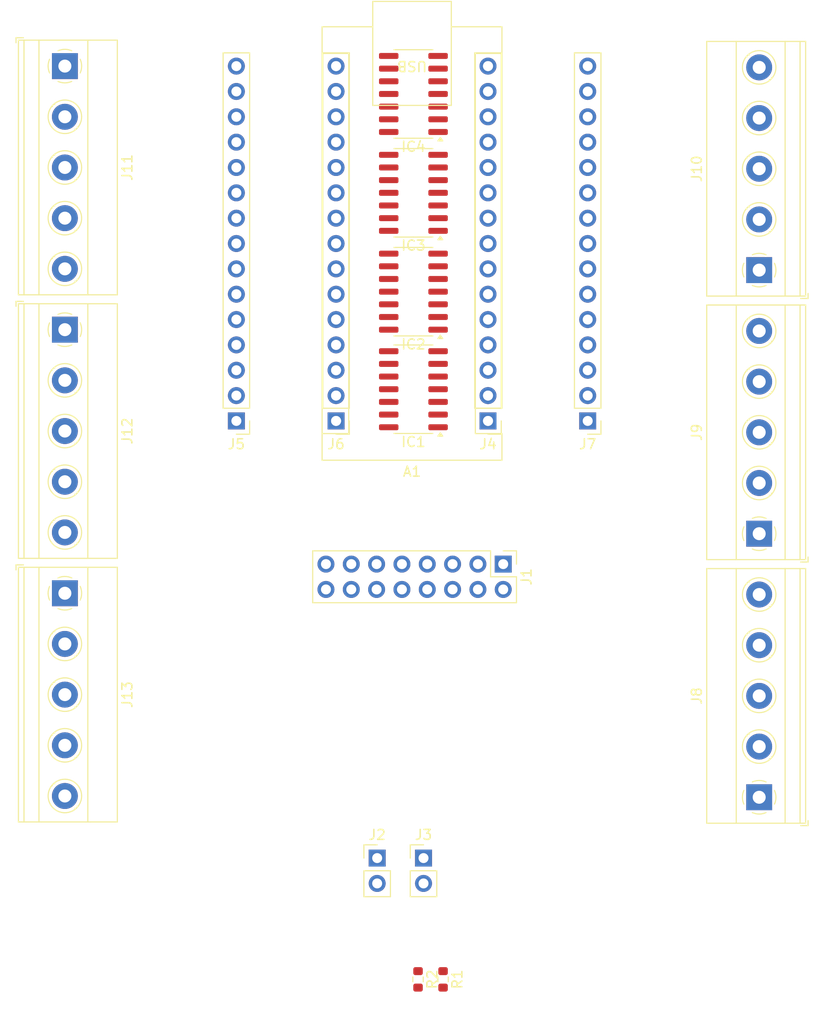
<source format=kicad_pcb>
(kicad_pcb (version 20240108) (generator "pcbnew") (generator_version "8.0")
  (layers (0 "F.Cu" signal) (31 "B.Cu" signal) (34 "B.Paste" user) (35 "F.Paste" user) (36 "B.SilkS" user "B.Silkscreen") (37 "F.SilkS" user "F.Silkscreen") (38 "B.Mask" user) (39 "F.Mask" user) (44 "Edge.Cuts" user))
  (net 0 "")
  (net 1 "GND")
  (net 2 "Net-(A1-AREF)")
  (net 3 "I2C_SDA")
  (net 4 "RST")
  (net 5 "I2C_SCL")
  (net 7 "3v3")
  (net 8 "5v")
  (net 14 "Net-(J2-Pin_2)")
  (net 15 "Net-(J3-Pin_2)")
  (net 16 "OUT6")
  (net 17 "OUT11")
  (net 18 "OUT21")
  (net 19 "OUT10")
  (net 20 "OUT18")
  (net 21 "OUT12")
  (net 22 "OUT14")
  (net 23 "OUT3")
  (net 24 "OUT1")
  (net 25 "OUT13")
  (net 26 "OUT17")
  (net 27 "OUT16")
  (net 28 "OUT7")
  (net 29 "OUT22")
  (net 30 "OUT15")
  (net 31 "OUT4")
  (net 32 "OUT5")
  (net 33 "OUT8")
  (net 34 "OUT2")
  (net 35 "OUT9")
  (net 54 "VIN")
  (footprint "Connector_PinHeader_2.54mm:PinHeader_1x02_P2.54mm_Vertical" (layer "F.Cu") (at 76.249 126.238)
    (property "Reference" "J2" (at 0 -2.33 0) (layer "F.SilkS"))
    (property "Value" "Conn_01x02_Pin")
    (pad "1" thru_hole rect (at 0 0) (size 1.7 1.7) (drill 1) (layers "*.Cu" "*.Mask") (net 8 "5v"))
    (pad "2" thru_hole oval (at 0 2.54) (size 1.7 1.7) (drill 1) (layers "*.Cu" "*.Mask") (net 14 "Net-(J2-Pin_2)"))
  )
  (footprint "Package_SO:SOIC-14_3.9x8.7mm_P1.27mm" (layer "F.Cu") (at 79.883 59.563 180)
    (property "Reference" "IC3" (at 0 -5.28 360) (layer "F.SilkS"))
    (property "Value" "74HC04D_BJ_")
    (pad "1" smd roundrect (at -2.475 -3.81 180) (size 1.95 0.6) (layers "F.Cu" "F.Paste" "F.Mask") (net 28 "OUT7"))
    (pad "2" smd roundrect (at -2.475 -2.54 180) (size 1.95 0.6) (layers "F.Cu" "F.Paste" "F.Mask"))
    (pad "3" smd roundrect (at -2.475 -1.27 180) (size 1.95 0.6) (layers "F.Cu" "F.Paste" "F.Mask") (net 33 "OUT8"))
    (pad "4" smd roundrect (at -2.475 0 180) (size 1.95 0.6) (layers "F.Cu" "F.Paste" "F.Mask"))
    (pad "5" smd roundrect (at -2.475 1.27 180) (size 1.95 0.6) (layers "F.Cu" "F.Paste" "F.Mask") (net 35 "OUT9"))
    (pad "6" smd roundrect (at -2.475 2.54 180) (size 1.95 0.6) (layers "F.Cu" "F.Paste" "F.Mask"))
    (pad "7" smd roundrect (at -2.475 3.81 180) (size 1.95 0.6) (layers "F.Cu" "F.Paste" "F.Mask") (net 1 "GND"))
    (pad "8" smd roundrect (at 2.475 3.81 180) (size 1.95 0.6) (layers "F.Cu" "F.Paste" "F.Mask"))
    (pad "9" smd roundrect (at 2.475 2.54 180) (size 1.95 0.6) (layers "F.Cu" "F.Paste" "F.Mask") (net 22 "OUT14"))
    (pad "10" smd roundrect (at 2.475 1.27 180) (size 1.95 0.6) (layers "F.Cu" "F.Paste" "F.Mask"))
    (pad "11" smd roundrect (at 2.475 0 180) (size 1.95 0.6) (layers "F.Cu" "F.Paste" "F.Mask") (net 30 "OUT15"))
    (pad "12" smd roundrect (at 2.475 -1.27 180) (size 1.95 0.6) (layers "F.Cu" "F.Paste" "F.Mask"))
    (pad "13" smd roundrect (at 2.475 -2.54 180) (size 1.95 0.6) (layers "F.Cu" "F.Paste" "F.Mask") (net 27 "OUT16"))
    (pad "14" smd roundrect (at 2.475 -3.81 180) (size 1.95 0.6) (layers "F.Cu" "F.Paste" "F.Mask") (net 8 "5v"))
  )
  (footprint "TerminalBlock_Phoenix:TerminalBlock_Phoenix_MKDS-1,5-5-5.08_1x05_P5.08mm_Horizontal" (layer "F.Cu") (at 44.925 73.279 -90)
    (property "Reference" "J12" (at 10.16 -6.26 90) (layer "F.SilkS"))
    (property "Value" "Screw_Terminal_01x05")
    (pad "1" thru_hole rect (at 0 0 270) (size 2.6 2.6) (drill 1.3) (layers "*.Cu" "*.Mask") (net 26 "OUT17"))
    (pad "2" thru_hole circle (at 5.08 0 270) (size 2.6 2.6) (drill 1.3) (layers "*.Cu" "*.Mask") (net 20 "OUT18"))
    (pad "3" thru_hole circle (at 10.16 0 270) (size 2.6 2.6) (drill 1.3) (layers "*.Cu" "*.Mask") (net 3 "I2C_SDA"))
    (pad "4" thru_hole circle (at 15.24 0 270) (size 2.6 2.6) (drill 1.3) (layers "*.Cu" "*.Mask") (net 5 "I2C_SCL"))
    (pad "5" thru_hole circle (at 20.32 0 270) (size 2.6 2.6) (drill 1.3) (layers "*.Cu" "*.Mask") (net 18 "OUT21"))
  )
  (footprint "Connector_PinHeader_2.54mm:PinHeader_2x08_P2.54mm_Vertical" (layer "F.Cu") (at 88.892933 96.774967 -90)
    (property "Reference" "J1" (at 1.27 -2.33 90) (layer "F.SilkS"))
    (property "Value" "Conn_02x08_Odd_Even")
    (pad "1" thru_hole rect (at 0 0 270) (size 1.7 1.7) (drill 1) (layers "*.Cu" "*.Mask") (net 7 "3v3"))
    (pad "2" thru_hole oval (at 2.54 0 270) (size 1.7 1.7) (drill 1) (layers "*.Cu" "*.Mask") (net 7 "3v3"))
    (pad "3" thru_hole oval (at 0 2.54 270) (size 1.7 1.7) (drill 1) (layers "*.Cu" "*.Mask") (net 8 "5v"))
    (pad "4" thru_hole oval (at 2.54 2.54 270) (size 1.7 1.7) (drill 1) (layers "*.Cu" "*.Mask") (net 8 "5v"))
    (pad "5" thru_hole oval (at 0 5.08 270) (size 1.7 1.7) (drill 1) (layers "*.Cu" "*.Mask") (net 1 "GND"))
    (pad "6" thru_hole oval (at 2.54 5.08 270) (size 1.7 1.7) (drill 1) (layers "*.Cu" "*.Mask") (net 1 "GND"))
    (pad "7" thru_hole oval (at 0 7.62 270) (size 1.7 1.7) (drill 1) (layers "*.Cu" "*.Mask") (net 3 "I2C_SDA"))
    (pad "8" thru_hole oval (at 2.54 7.62 270) (size 1.7 1.7) (drill 1) (layers "*.Cu" "*.Mask") (net 5 "I2C_SCL"))
    (pad "9" thru_hole oval (at 0 10.16 270) (size 1.7 1.7) (drill 1) (layers "*.Cu" "*.Mask") (net 21 "OUT12"))
    (pad "10" thru_hole oval (at 2.54 10.16 270) (size 1.7 1.7) (drill 1) (layers "*.Cu" "*.Mask") (net 25 "OUT13"))
    (pad "11" thru_hole oval (at 0 12.7 270) (size 1.7 1.7) (drill 1) (layers "*.Cu" "*.Mask") (net 22 "OUT14"))
    (pad "12" thru_hole oval (at 2.54 12.7 270) (size 1.7 1.7) (drill 1) (layers "*.Cu" "*.Mask"))
    (pad "13" thru_hole oval (at 0 15.24 270) (size 1.7 1.7) (drill 1) (layers "*.Cu" "*.Mask"))
    (pad "14" thru_hole oval (at 2.54 15.24 270) (size 1.7 1.7) (drill 1) (layers "*.Cu" "*.Mask"))
    (pad "15" thru_hole oval (at 0 17.78 270) (size 1.7 1.7) (drill 1) (layers "*.Cu" "*.Mask"))
    (pad "16" thru_hole oval (at 2.54 17.78 270) (size 1.7 1.7) (drill 1) (layers "*.Cu" "*.Mask"))
  )
  (footprint "Connector_PinHeader_2.54mm:PinHeader_1x15_P2.54mm_Vertical" (layer "F.Cu") (at 97.366 82.425 180)
    (property "Reference" "J7" (at 0 -2.33 360) (layer "F.SilkS"))
    (property "Value" "Conn_01x15")
    (pad "1" thru_hole rect (at 0 0 180) (size 1.7 1.7) (drill 1) (layers "*.Cu" "*.Mask") (net 24 "OUT1"))
    (pad "2" thru_hole oval (at 0 2.54 180) (size 1.7 1.7) (drill 1) (layers "*.Cu" "*.Mask") (net 34 "OUT2"))
    (pad "3" thru_hole oval (at 0 5.08 180) (size 1.7 1.7) (drill 1) (layers "*.Cu" "*.Mask") (net 4 "RST"))
    (pad "4" thru_hole oval (at 0 7.62 180) (size 1.7 1.7) (drill 1) (layers "*.Cu" "*.Mask") (net 1 "GND"))
    (pad "5" thru_hole oval (at 0 10.16 180) (size 1.7 1.7) (drill 1) (layers "*.Cu" "*.Mask") (net 23 "OUT3"))
    (pad "6" thru_hole oval (at 0 12.7 180) (size 1.7 1.7) (drill 1) (layers "*.Cu" "*.Mask") (net 31 "OUT4"))
    (pad "7" thru_hole oval (at 0 15.24 180) (size 1.7 1.7) (drill 1) (layers "*.Cu" "*.Mask") (net 32 "OUT5"))
    (pad "8" thru_hole oval (at 0 17.78 180) (size 1.7 1.7) (drill 1) (layers "*.Cu" "*.Mask") (net 16 "OUT6"))
    (pad "9" thru_hole oval (at 0 20.32 180) (size 1.7 1.7) (drill 1) (layers "*.Cu" "*.Mask") (net 28 "OUT7"))
    (pad "10" thru_hole oval (at 0 22.86 180) (size 1.7 1.7) (drill 1) (layers "*.Cu" "*.Mask") (net 33 "OUT8"))
    (pad "11" thru_hole oval (at 0 25.4 180) (size 1.7 1.7) (drill 1) (layers "*.Cu" "*.Mask") (net 35 "OUT9"))
    (pad "12" thru_hole oval (at 0 27.94 180) (size 1.7 1.7) (drill 1) (layers "*.Cu" "*.Mask") (net 19 "OUT10"))
    (pad "13" thru_hole oval (at 0 30.48 180) (size 1.7 1.7) (drill 1) (layers "*.Cu" "*.Mask") (net 17 "OUT11"))
    (pad "14" thru_hole oval (at 0 33.02 180) (size 1.7 1.7) (drill 1) (layers "*.Cu" "*.Mask") (net 21 "OUT12"))
    (pad "15" thru_hole oval (at 0 35.56 180) (size 1.7 1.7) (drill 1) (layers "*.Cu" "*.Mask") (net 25 "OUT13"))
  )
  (footprint "Connector_PinHeader_2.54mm:PinHeader_1x02_P2.54mm_Vertical" (layer "F.Cu") (at 80.899 126.238)
    (property "Reference" "J3" (at 0 -2.33 0) (layer "F.SilkS"))
    (property "Value" "Conn_01x02_Pin")
    (pad "1" thru_hole rect (at 0 0) (size 1.7 1.7) (drill 1) (layers "*.Cu" "*.Mask") (net 8 "5v"))
    (pad "2" thru_hole oval (at 0 2.54) (size 1.7 1.7) (drill 1) (layers "*.Cu" "*.Mask") (net 15 "Net-(J3-Pin_2)"))
  )
  (footprint "TerminalBlock_Phoenix:TerminalBlock_Phoenix_MKDS-1,5-5-5.08_1x05_P5.08mm_Horizontal" (layer "F.Cu") (at 44.925 99.695 -90)
    (property "Reference" "J13" (at 10.16 -6.26 90) (layer "F.SilkS"))
    (property "Value" "Screw_Terminal_01x05")
    (pad "1" thru_hole rect (at 0 0 270) (size 2.6 2.6) (drill 1.3) (layers "*.Cu" "*.Mask") (net 29 "OUT22"))
    (pad "2" thru_hole circle (at 5.08 0 270) (size 2.6 2.6) (drill 1.3) (layers "*.Cu" "*.Mask") (net 8 "5v"))
    (pad "3" thru_hole circle (at 10.16 0 270) (size 2.6 2.6) (drill 1.3) (layers "*.Cu" "*.Mask") (net 4 "RST"))
    (pad "4" thru_hole circle (at 15.24 0 270) (size 2.6 2.6) (drill 1.3) (layers "*.Cu" "*.Mask") (net 1 "GND"))
    (pad "5" thru_hole circle (at 20.32 0 270) (size 2.6 2.6) (drill 1.3) (layers "*.Cu" "*.Mask") (net 54 "VIN"))
  )
  (footprint "Connector_PinHeader_2.54mm:PinHeader_1x15_P2.54mm_Vertical" (layer "F.Cu") (at 72.126 82.425 180)
    (property "Reference" "J6" (at 0 -2.33 360) (layer "F.SilkS"))
    (property "Value" "Conn_01x15")
    (pad "1" thru_hole rect (at 0 0 180) (size 1.7 1.7) (drill 1) (layers "*.Cu" "*.Mask") (net 54 "VIN"))
    (pad "2" thru_hole oval (at 0 2.54 180) (size 1.7 1.7) (drill 1) (layers "*.Cu" "*.Mask") (net 1 "GND"))
    (pad "3" thru_hole oval (at 0 5.08 180) (size 1.7 1.7) (drill 1) (layers "*.Cu" "*.Mask") (net 4 "RST"))
    (pad "4" thru_hole oval (at 0 7.62 180) (size 1.7 1.7) (drill 1) (layers "*.Cu" "*.Mask") (net 8 "5v"))
    (pad "5" thru_hole oval (at 0 10.16 180) (size 1.7 1.7) (drill 1) (layers "*.Cu" "*.Mask") (net 29 "OUT22"))
    (pad "6" thru_hole oval (at 0 12.7 180) (size 1.7 1.7) (drill 1) (layers "*.Cu" "*.Mask") (net 18 "OUT21"))
    (pad "7" thru_hole oval (at 0 15.24 180) (size 1.7 1.7) (drill 1) (layers "*.Cu" "*.Mask") (net 5 "I2C_SCL"))
    (pad "8" thru_hole oval (at 0 17.78 180) (size 1.7 1.7) (drill 1) (layers "*.Cu" "*.Mask") (net 3 "I2C_SDA"))
    (pad "9" thru_hole oval (at 0 20.32 180) (size 1.7 1.7) (drill 1) (layers "*.Cu" "*.Mask") (net 20 "OUT18"))
    (pad "10" thru_hole oval (at 0 22.86 180) (size 1.7 1.7) (drill 1) (layers "*.Cu" "*.Mask") (net 26 "OUT17"))
    (pad "11" thru_hole oval (at 0 25.4 180) (size 1.7 1.7) (drill 1) (layers "*.Cu" "*.Mask") (net 27 "OUT16"))
    (pad "12" thru_hole oval (at 0 27.94 180) (size 1.7 1.7) (drill 1) (layers "*.Cu" "*.Mask") (net 30 "OUT15"))
    (pad "13" thru_hole oval (at 0 30.48 180) (size 1.7 1.7) (drill 1) (layers "*.Cu" "*.Mask") (net 2 "Net-(A1-AREF)"))
    (pad "14" thru_hole oval (at 0 33.02 180) (size 1.7 1.7) (drill 1) (layers "*.Cu" "*.Mask") (net 7 "3v3"))
    (pad "15" thru_hole oval (at 0 35.56 180) (size 1.7 1.7) (drill 1) (layers "*.Cu" "*.Mask") (net 22 "OUT14"))
  )
  (footprint "Resistor_SMD:R_0603_1608Metric" (layer "F.Cu") (at 82.858 138.393 -90)
    (property "Reference" "R1" (at 0 -1.43 90) (layer "F.SilkS"))
    (property "Value" "R_Small_US")
    (pad "1" smd roundrect (at -0.825 0 270) (size 0.8 0.95) (layers "F.Cu" "F.Paste" "F.Mask") (net 14 "Net-(J2-Pin_2)"))
    (pad "2" smd roundrect (at 0.825 0 270) (size 0.8 0.95) (layers "F.Cu" "F.Paste" "F.Mask") (net 3 "I2C_SDA"))
  )
  (footprint "TerminalBlock_Phoenix:TerminalBlock_Phoenix_MKDS-1,5-5-5.08_1x05_P5.08mm_Horizontal" (layer "F.Cu") (at 44.925 46.863 -90)
    (property "Reference" "J11" (at 10.16 -6.26 90) (layer "F.SilkS"))
    (property "Value" "Screw_Terminal_01x05")
    (pad "1" thru_hole rect (at 0 0 270) (size 2.6 2.6) (drill 1.3) (layers "*.Cu" "*.Mask") (net 22 "OUT14"))
    (pad "2" thru_hole circle (at 5.08 0 270) (size 2.6 2.6) (drill 1.3) (layers "*.Cu" "*.Mask") (net 7 "3v3"))
    (pad "3" thru_hole circle (at 10.16 0 270) (size 2.6 2.6) (drill 1.3) (layers "*.Cu" "*.Mask") (net 2 "Net-(A1-AREF)"))
    (pad "4" thru_hole circle (at 15.24 0 270) (size 2.6 2.6) (drill 1.3) (layers "*.Cu" "*.Mask") (net 30 "OUT15"))
    (pad "5" thru_hole circle (at 20.32 0 270) (size 2.6 2.6) (drill 1.3) (layers "*.Cu" "*.Mask") (net 27 "OUT16"))
  )
  (footprint "Resistor_SMD:R_0603_1608Metric" (layer "F.Cu") (at 80.348 138.393 -90)
    (property "Reference" "R2" (at 0 -1.43 90) (layer "F.SilkS"))
    (property "Value" "R_Small_US")
    (pad "1" smd roundrect (at -0.825 0 270) (size 0.8 0.95) (layers "F.Cu" "F.Paste" "F.Mask") (net 15 "Net-(J3-Pin_2)"))
    (pad "2" smd roundrect (at 0.825 0 270) (size 0.8 0.95) (layers "F.Cu" "F.Paste" "F.Mask") (net 5 "I2C_SCL"))
  )
  (footprint "Connector_PinHeader_2.54mm:PinHeader_1x15_P2.54mm_Vertical" (layer "F.Cu") (at 62.126 82.425 180)
    (property "Reference" "J5" (at 0 -2.33 360) (layer "F.SilkS"))
    (property "Value" "Conn_01x15")
    (pad "1" thru_hole rect (at 0 0 180) (size 1.7 1.7) (drill 1) (layers "*.Cu" "*.Mask") (net 54 "VIN"))
    (pad "2" thru_hole oval (at 0 2.54 180) (size 1.7 1.7) (drill 1) (layers "*.Cu" "*.Mask") (net 1 "GND"))
    (pad "3" thru_hole oval (at 0 5.08 180) (size 1.7 1.7) (drill 1) (layers "*.Cu" "*.Mask") (net 4 "RST"))
    (pad "4" thru_hole oval (at 0 7.62 180) (size 1.7 1.7) (drill 1) (layers "*.Cu" "*.Mask") (net 8 "5v"))
    (pad "5" thru_hole oval (at 0 10.16 180) (size 1.7 1.7) (drill 1) (layers "*.Cu" "*.Mask") (net 29 "OUT22"))
    (pad "6" thru_hole oval (at 0 12.7 180) (size 1.7 1.7) (drill 1) (layers "*.Cu" "*.Mask") (net 18 "OUT21"))
    (pad "7" thru_hole oval (at 0 15.24 180) (size 1.7 1.7) (drill 1) (layers "*.Cu" "*.Mask") (net 5 "I2C_SCL"))
    (pad "8" thru_hole oval (at 0 17.78 180) (size 1.7 1.7) (drill 1) (layers "*.Cu" "*.Mask") (net 3 "I2C_SDA"))
    (pad "9" thru_hole oval (at 0 20.32 180) (size 1.7 1.7) (drill 1) (layers "*.Cu" "*.Mask") (net 20 "OUT18"))
    (pad "10" thru_hole oval (at 0 22.86 180) (size 1.7 1.7) (drill 1) (layers "*.Cu" "*.Mask") (net 26 "OUT17"))
    (pad "11" thru_hole oval (at 0 25.4 180) (size 1.7 1.7) (drill 1) (layers "*.Cu" "*.Mask") (net 27 "OUT16"))
    (pad "12" thru_hole oval (at 0 27.94 180) (size 1.7 1.7) (drill 1) (layers "*.Cu" "*.Mask") (net 30 "OUT15"))
    (pad "13" thru_hole oval (at 0 30.48 180) (size 1.7 1.7) (drill 1) (layers "*.Cu" "*.Mask") (net 2 "Net-(A1-AREF)"))
    (pad "14" thru_hole oval (at 0 33.02 180) (size 1.7 1.7) (drill 1) (layers "*.Cu" "*.Mask") (net 7 "3v3"))
    (pad "15" thru_hole oval (at 0 35.56 180) (size 1.7 1.7) (drill 1) (layers "*.Cu" "*.Mask") (net 22 "OUT14"))
  )
  (footprint "Package_SO:SOIC-14_3.9x8.7mm_P1.27mm" (layer "F.Cu") (at 79.883 69.469 180)
    (property "Reference" "IC2" (at 0 -5.28 360) (layer "F.SilkS"))
    (property "Value" "74HC04D_BJ_")
    (pad "1" smd roundrect (at -2.475 -3.81 180) (size 1.95 0.6) (layers "F.Cu" "F.Paste" "F.Mask") (net 31 "OUT4"))
    (pad "2" smd roundrect (at -2.475 -2.54 180) (size 1.95 0.6) (layers "F.Cu" "F.Paste" "F.Mask"))
    (pad "3" smd roundrect (at -2.475 -1.27 180) (size 1.95 0.6) (layers "F.Cu" "F.Paste" "F.Mask") (net 32 "OUT5"))
    (pad "4" smd roundrect (at -2.475 0 180) (size 1.95 0.6) (layers "F.Cu" "F.Paste" "F.Mask"))
    (pad "5" smd roundrect (at -2.475 1.27 180) (size 1.95 0.6) (layers "F.Cu" "F.Paste" "F.Mask") (net 16 "OUT6"))
    (pad "6" smd roundrect (at -2.475 2.54 180) (size 1.95 0.6) (layers "F.Cu" "F.Paste" "F.Mask"))
    (pad "7" smd roundrect (at -2.475 3.81 180) (size 1.95 0.6) (layers "F.Cu" "F.Paste" "F.Mask") (net 1 "GND"))
    (pad "8" smd roundrect (at 2.475 3.81 180) (size 1.95 0.6) (layers "F.Cu" "F.Paste" "F.Mask"))
    (pad "9" smd roundrect (at 2.475 2.54 180) (size 1.95 0.6) (layers "F.Cu" "F.Paste" "F.Mask") (net 26 "OUT17"))
    (pad "10" smd roundrect (at 2.475 1.27 180) (size 1.95 0.6) (layers "F.Cu" "F.Paste" "F.Mask"))
    (pad "11" smd roundrect (at 2.475 0 180) (size 1.95 0.6) (layers "F.Cu" "F.Paste" "F.Mask") (net 20 "OUT18"))
    (pad "12" smd roundrect (at 2.475 -1.27 180) (size 1.95 0.6) (layers "F.Cu" "F.Paste" "F.Mask"))
    (pad "13" smd roundrect (at 2.475 -2.54 180) (size 1.95 0.6) (layers "F.Cu" "F.Paste" "F.Mask") (net 3 "I2C_SDA"))
    (pad "14" smd roundrect (at 2.475 -3.81 180) (size 1.95 0.6) (layers "F.Cu" "F.Paste" "F.Mask") (net 8 "5v"))
  )
  (footprint "Module:Arduino_Nano" (layer "F.Cu") (at 87.366 82.423 180)
    (property "Reference" "A1" (at 7.62 -5.08 360) (layer "F.SilkS"))
    (property "Value" "Arduino_Nano_v3.x")
    (fp_text user "USB" (at 7.62 35.56 180) (layer "F.SilkS"))
    (pad "1" thru_hole rect (at 0 0 180) (size 1.6 1.6) (drill 1) (layers "*.Cu" "*.Mask") (net 24 "OUT1"))
    (pad "2" thru_hole oval (at 0 2.54 180) (size 1.6 1.6) (drill 1) (layers "*.Cu" "*.Mask") (net 34 "OUT2"))
    (pad "3" thru_hole oval (at 0 5.08 180) (size 1.6 1.6) (drill 1) (layers "*.Cu" "*.Mask") (net 4 "RST"))
    (pad "4" thru_hole oval (at 0 7.62 180) (size 1.6 1.6) (drill 1) (layers "*.Cu" "*.Mask") (net 1 "GND"))
    (pad "5" thru_hole oval (at 0 10.16 180) (size 1.6 1.6) (drill 1) (layers "*.Cu" "*.Mask") (net 23 "OUT3"))
    (pad "6" thru_hole oval (at 0 12.7 180) (size 1.6 1.6) (drill 1) (layers "*.Cu" "*.Mask") (net 31 "OUT4"))
    (pad "7" thru_hole oval (at 0 15.24 180) (size 1.6 1.6) (drill 1) (layers "*.Cu" "*.Mask") (net 32 "OUT5"))
    (pad "8" thru_hole oval (at 0 17.78 180) (size 1.6 1.6) (drill 1) (layers "*.Cu" "*.Mask") (net 16 "OUT6"))
    (pad "9" thru_hole oval (at 0 20.32 180) (size 1.6 1.6) (drill 1) (layers "*.Cu" "*.Mask") (net 28 "OUT7"))
    (pad "10" thru_hole oval (at 0 22.86 180) (size 1.6 1.6) (drill 1) (layers "*.Cu" "*.Mask") (net 33 "OUT8"))
    (pad "11" thru_hole oval (at 0 25.4 180) (size 1.6 1.6) (drill 1) (layers "*.Cu" "*.Mask") (net 35 "OUT9"))
    (pad "12" thru_hole oval (at 0 27.94 180) (size 1.6 1.6) (drill 1) (layers "*.Cu" "*.Mask") (net 19 "OUT10"))
    (pad "13" thru_hole oval (at 0 30.48 180) (size 1.6 1.6) (drill 1) (layers "*.Cu" "*.Mask") (net 17 "OUT11"))
    (pad "14" thru_hole oval (at 0 33.02 180) (size 1.6 1.6) (drill 1) (layers "*.Cu" "*.Mask") (net 21 "OUT12"))
    (pad "15" thru_hole oval (at 0 35.56 180) (size 1.6 1.6) (drill 1) (layers "*.Cu" "*.Mask") (net 25 "OUT13"))
    (pad "16" thru_hole oval (at 15.24 35.56 180) (size 1.6 1.6) (drill 1) (layers "*.Cu" "*.Mask") (net 22 "OUT14"))
    (pad "17" thru_hole oval (at 15.24 33.02 180) (size 1.6 1.6) (drill 1) (layers "*.Cu" "*.Mask") (net 7 "3v3"))
    (pad "18" thru_hole oval (at 15.24 30.48 180) (size 1.6 1.6) (drill 1) (layers "*.Cu" "*.Mask") (net 2 "Net-(A1-AREF)"))
    (pad "19" thru_hole oval (at 15.24 27.94 180) (size 1.6 1.6) (drill 1) (layers "*.Cu" "*.Mask") (net 30 "OUT15"))
    (pad "20" thru_hole oval (at 15.24 25.4 180) (size 1.6 1.6) (drill 1) (layers "*.Cu" "*.Mask") (net 27 "OUT16"))
    (pad "21" thru_hole oval (at 15.24 22.86 180) (size 1.6 1.6) (drill 1) (layers "*.Cu" "*.Mask") (net 26 "OUT17"))
    (pad "22" thru_hole oval (at 15.24 20.32 180) (size 1.6 1.6) (drill 1) (layers "*.Cu" "*.Mask") (net 20 "OUT18"))
    (pad "23" thru_hole oval (at 15.24 17.78 180) (size 1.6 1.6) (drill 1) (layers "*.Cu" "*.Mask") (net 3 "I2C_SDA"))
    (pad "24" thru_hole oval (at 15.24 15.24 180) (size 1.6 1.6) (drill 1) (layers "*.Cu" "*.Mask") (net 5 "I2C_SCL"))
    (pad "25" thru_hole oval (at 15.24 12.7 180) (size 1.6 1.6) (drill 1) (layers "*.Cu" "*.Mask") (net 18 "OUT21"))
    (pad "26" thru_hole oval (at 15.24 10.16 180) (size 1.6 1.6) (drill 1) (layers "*.Cu" "*.Mask") (net 29 "OUT22"))
    (pad "27" thru_hole oval (at 15.24 7.62 180) (size 1.6 1.6) (drill 1) (layers "*.Cu" "*.Mask") (net 8 "5v"))
    (pad "28" thru_hole oval (at 15.24 5.08 180) (size 1.6 1.6) (drill 1) (layers "*.Cu" "*.Mask") (net 4 "RST"))
    (pad "29" thru_hole oval (at 15.24 2.54 180) (size 1.6 1.6) (drill 1) (layers "*.Cu" "*.Mask") (net 1 "GND"))
    (pad "30" thru_hole oval (at 15.24 0 180) (size 1.6 1.6) (drill 1) (layers "*.Cu" "*.Mask"))
  )
  (footprint "TerminalBlock_Phoenix:TerminalBlock_Phoenix_MKDS-1,5-5-5.08_1x05_P5.08mm_Horizontal" (layer "F.Cu") (at 114.567 93.726 90)
    (property "Reference" "J9" (at 10.16 -6.26 90) (layer "F.SilkS"))
    (property "Value" "Screw_Terminal_01x05")
    (pad "1" thru_hole rect (at 0 0 90) (size 2.6 2.6) (drill 1.3) (layers "*.Cu" "*.Mask") (net 31 "OUT4"))
    (pad "2" thru_hole circle (at 5.08 0 90) (size 2.6 2.6) (drill 1.3) (layers "*.Cu" "*.Mask") (net 32 "OUT5"))
    (pad "3" thru_hole circle (at 10.16 0 90) (size 2.6 2.6) (drill 1.3) (layers "*.Cu" "*.Mask") (net 16 "OUT6"))
    (pad "4" thru_hole circle (at 15.24 0 90) (size 2.6 2.6) (drill 1.3) (layers "*.Cu" "*.Mask") (net 28 "OUT7"))
    (pad "5" thru_hole circle (at 20.32 0 90) (size 2.6 2.6) (drill 1.3) (layers "*.Cu" "*.Mask") (net 33 "OUT8"))
  )
  (footprint "Package_SO:SOIC-14_3.9x8.7mm_P1.27mm" (layer "F.Cu") (at 79.883 79.248 180)
    (property "Reference" "IC1" (at 0 -5.28 360) (layer "F.SilkS"))
    (property "Value" "74HC04D_BJ_")
    (pad "1" smd roundrect (at -2.475 -3.81 180) (size 1.95 0.6) (layers "F.Cu" "F.Paste" "F.Mask") (net 24 "OUT1"))
    (pad "2" smd roundrect (at -2.475 -2.54 180) (size 1.95 0.6) (layers "F.Cu" "F.Paste" "F.Mask"))
    (pad "3" smd roundrect (at -2.475 -1.27 180) (size 1.95 0.6) (layers "F.Cu" "F.Paste" "F.Mask") (net 34 "OUT2"))
    (pad "4" smd roundrect (at -2.475 0 180) (size 1.95 0.6) (layers "F.Cu" "F.Paste" "F.Mask"))
    (pad "5" smd roundrect (at -2.475 1.27 180) (size 1.95 0.6) (layers "F.Cu" "F.Paste" "F.Mask") (net 23 "OUT3"))
    (pad "6" smd roundrect (at -2.475 2.54 180) (size 1.95 0.6) (layers "F.Cu" "F.Paste" "F.Mask"))
    (pad "7" smd roundrect (at -2.475 3.81 180) (size 1.95 0.6) (layers "F.Cu" "F.Paste" "F.Mask") (net 1 "GND"))
    (pad "8" smd roundrect (at 2.475 3.81 180) (size 1.95 0.6) (layers "F.Cu" "F.Paste" "F.Mask"))
    (pad "9" smd roundrect (at 2.475 2.54 180) (size 1.95 0.6) (layers "F.Cu" "F.Paste" "F.Mask") (net 5 "I2C_SCL"))
    (pad "10" smd roundrect (at 2.475 1.27 180) (size 1.95 0.6) (layers "F.Cu" "F.Paste" "F.Mask"))
    (pad "11" smd roundrect (at 2.475 0 180) (size 1.95 0.6) (layers "F.Cu" "F.Paste" "F.Mask") (net 18 "OUT21"))
    (pad "12" smd roundrect (at 2.475 -1.27 180) (size 1.95 0.6) (layers "F.Cu" "F.Paste" "F.Mask"))
    (pad "13" smd roundrect (at 2.475 -2.54 180) (size 1.95 0.6) (layers "F.Cu" "F.Paste" "F.Mask") (net 29 "OUT22"))
    (pad "14" smd roundrect (at 2.475 -3.81 180) (size 1.95 0.6) (layers "F.Cu" "F.Paste" "F.Mask") (net 8 "5v"))
  )
  (footprint "TerminalBlock_Phoenix:TerminalBlock_Phoenix_MKDS-1,5-5-5.08_1x05_P5.08mm_Horizontal" (layer "F.Cu") (at 114.567 120.142 90)
    (property "Reference" "J8" (at 10.16 -6.26 90) (layer "F.SilkS"))
    (property "Value" "Screw_Terminal_01x05")
    (pad "1" thru_hole rect (at 0 0 90) (size 2.6 2.6) (drill 1.3) (layers "*.Cu" "*.Mask") (net 24 "OUT1"))
    (pad "2" thru_hole circle (at 5.08 0 90) (size 2.6 2.6) (drill 1.3) (layers "*.Cu" "*.Mask") (net 34 "OUT2"))
    (pad "3" thru_hole circle (at 10.16 0 90) (size 2.6 2.6) (drill 1.3) (layers "*.Cu" "*.Mask") (net 4 "RST"))
    (pad "4" thru_hole circle (at 15.24 0 90) (size 2.6 2.6) (drill 1.3) (layers "*.Cu" "*.Mask") (net 1 "GND"))
    (pad "5" thru_hole circle (at 20.32 0 90) (size 2.6 2.6) (drill 1.3) (layers "*.Cu" "*.Mask") (net 23 "OUT3"))
  )
  (footprint "Connector_PinHeader_2.54mm:PinHeader_1x15_P2.54mm_Vertical" (layer "F.Cu") (at 87.366 82.425 180)
    (property "Reference" "J4" (at 0 -2.33 360) (layer "F.SilkS"))
    (property "Value" "Conn_01x15")
    (pad "1" thru_hole rect (at 0 0 180) (size 1.7 1.7) (drill 1) (layers "*.Cu" "*.Mask") (net 24 "OUT1"))
    (pad "2" thru_hole oval (at 0 2.54 180) (size 1.7 1.7) (drill 1) (layers "*.Cu" "*.Mask") (net 34 "OUT2"))
    (pad "3" thru_hole oval (at 0 5.08 180) (size 1.7 1.7) (drill 1) (layers "*.Cu" "*.Mask") (net 4 "RST"))
    (pad "4" thru_hole oval (at 0 7.62 180) (size 1.7 1.7) (drill 1) (layers "*.Cu" "*.Mask") (net 1 "GND"))
    (pad "5" thru_hole oval (at 0 10.16 180) (size 1.7 1.7) (drill 1) (layers "*.Cu" "*.Mask") (net 23 "OUT3"))
    (pad "6" thru_hole oval (at 0 12.7 180) (size 1.7 1.7) (drill 1) (layers "*.Cu" "*.Mask") (net 31 "OUT4"))
    (pad "7" thru_hole oval (at 0 15.24 180) (size 1.7 1.7) (drill 1) (layers "*.Cu" "*.Mask") (net 32 "OUT5"))
    (pad "8" thru_hole oval (at 0 17.78 180) (size 1.7 1.7) (drill 1) (layers "*.Cu" "*.Mask") (net 16 "OUT6"))
    (pad "9" thru_hole oval (at 0 20.32 180) (size 1.7 1.7) (drill 1) (layers "*.Cu" "*.Mask") (net 28 "OUT7"))
    (pad "10" thru_hole oval (at 0 22.86 180) (size 1.7 1.7) (drill 1) (layers "*.Cu" "*.Mask") (net 33 "OUT8"))
    (pad "11" thru_hole oval (at 0 25.4 180) (size 1.7 1.7) (drill 1) (layers "*.Cu" "*.Mask") (net 35 "OUT9"))
    (pad "12" thru_hole oval (at 0 27.94 180) (size 1.7 1.7) (drill 1) (layers "*.Cu" "*.Mask") (net 19 "OUT10"))
    (pad "13" thru_hole oval (at 0 30.48 180) (size 1.7 1.7) (drill 1) (layers "*.Cu" "*.Mask") (net 17 "OUT11"))
    (pad "14" thru_hole oval (at 0 33.02 180) (size 1.7 1.7) (drill 1) (layers "*.Cu" "*.Mask") (net 21 "OUT12"))
    (pad "15" thru_hole oval (at 0 35.56 180) (size 1.7 1.7) (drill 1) (layers "*.Cu" "*.Mask") (net 25 "OUT13"))
  )
  (footprint "TerminalBlock_Phoenix:TerminalBlock_Phoenix_MKDS-1,5-5-5.08_1x05_P5.08mm_Horizontal" (layer "F.Cu") (at 114.567 67.31 90)
    (property "Reference" "J10" (at 10.16 -6.26 90) (layer "F.SilkS"))
    (property "Value" "Screw_Terminal_01x05")
    (pad "1" thru_hole rect (at 0 0 90) (size 2.6 2.6) (drill 1.3) (layers "*.Cu" "*.Mask") (net 35 "OUT9"))
    (pad "2" thru_hole circle (at 5.08 0 90) (size 2.6 2.6) (drill 1.3) (layers "*.Cu" "*.Mask") (net 19 "OUT10"))
    (pad "3" thru_hole circle (at 10.16 0 90) (size 2.6 2.6) (drill 1.3) (layers "*.Cu" "*.Mask") (net 17 "OUT11"))
    (pad "4" thru_hole circle (at 15.24 0 90) (size 2.6 2.6) (drill 1.3) (layers "*.Cu" "*.Mask") (net 21 "OUT12"))
    (pad "5" thru_hole circle (at 20.32 0 90) (size 2.6 2.6) (drill 1.3) (layers "*.Cu" "*.Mask") (net 25 "OUT13"))
  )
  (footprint "Package_SO:SOIC-14_3.9x8.7mm_P1.27mm" (layer "F.Cu") (at 79.883 49.657 180)
    (property "Reference" "IC4" (at 0 -5.28 360) (layer "F.SilkS"))
    (property "Value" "74HC04D_BJ_")
    (pad "1" smd roundrect (at -2.475 -3.81 180) (size 1.95 0.6) (layers "F.Cu" "F.Paste" "F.Mask"))
    (pad "2" smd roundrect (at -2.475 -2.54 180) (size 1.95 0.6) (layers "F.Cu" "F.Paste" "F.Mask"))
    (pad "3" smd roundrect (at -2.475 -1.27 180) (size 1.95 0.6) (layers "F.Cu" "F.Paste" "F.Mask"))
    (pad "4" smd roundrect (at -2.475 0 180) (size 1.95 0.6) (layers "F.Cu" "F.Paste" "F.Mask"))
    (pad "5" smd roundrect (at -2.475 1.27 180) (size 1.95 0.6) (layers "F.Cu" "F.Paste" "F.Mask"))
    (pad "6" smd roundrect (at -2.475 2.54 180) (size 1.95 0.6) (layers "F.Cu" "F.Paste" "F.Mask"))
    (pad "7" smd roundrect (at -2.475 3.81 180) (size 1.95 0.6) (layers "F.Cu" "F.Paste" "F.Mask") (net 1 "GND"))
    (pad "8" smd roundrect (at 2.475 3.81 180) (size 1.95 0.6) (layers "F.Cu" "F.Paste" "F.Mask"))
    (pad "9" smd roundrect (at 2.475 2.54 180) (size 1.95 0.6) (layers "F.Cu" "F.Paste" "F.Mask"))
    (pad "10" smd roundrect (at 2.475 1.27 180) (size 1.95 0.6) (layers "F.Cu" "F.Paste" "F.Mask"))
    (pad "11" smd roundrect (at 2.475 0 180) (size 1.95 0.6) (layers "F.Cu" "F.Paste" "F.Mask"))
    (pad "12" smd roundrect (at 2.475 -1.27 180) (size 1.95 0.6) (layers "F.Cu" "F.Paste" "F.Mask"))
    (pad "13" smd roundrect (at 2.475 -2.54 180) (size 1.95 0.6) (layers "F.Cu" "F.Paste" "F.Mask"))
    (pad "14" smd roundrect (at 2.475 -3.81 180) (size 1.95 0.6) (layers "F.Cu" "F.Paste" "F.Mask") (net 8 "5v"))
  )
  (segment (start 72.121 79.878) (end 72.126 79.883) (width 0.38) (layer "F.Cu") (net 1))
)
</source>
